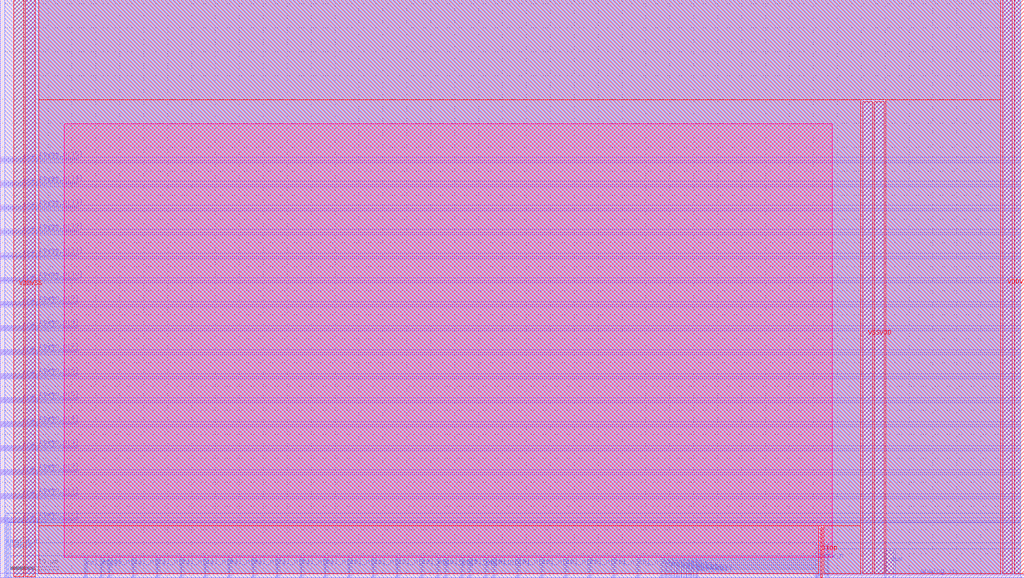
<source format=lef>
VERSION 5.7 ;
  NOWIREEXTENSIONATPIN ON ;
  DIVIDERCHAR "/" ;
  BUSBITCHARS "[]" ;
MACRO adc_array_matrix_12bit
  CLASS BLOCK ;
  FOREIGN adc_array_matrix_12bit ;
  ORIGIN 0.000 0.000 ;
  SIZE 214.050 BY 120.840 ;
  PIN VDD
    DIRECTION INOUT ;
    USE POWER ;
    PORT
      LAYER met4 ;
        RECT 2.850 0.210 4.920 120.830 ;
    END
    PORT
      LAYER met4 ;
        RECT 182.700 0.860 184.770 99.510 ;
    END
    PORT
      LAYER met4 ;
        RECT 209.540 0.830 211.610 120.830 ;
    END
  END VDD
  PIN VSS
    DIRECTION INOUT ;
    USE GROUND ;
    PORT
      LAYER met4 ;
        RECT 5.230 0.210 7.300 120.830 ;
    END
    PORT
      LAYER met4 ;
        RECT 180.320 0.860 182.390 99.510 ;
    END
    PORT
      LAYER met4 ;
        RECT 211.980 0.840 214.050 120.840 ;
    END
  END VSS
  PIN vcm
    DIRECTION INPUT ;
    USE SIGNAL ;
    PORT
      LAYER met2 ;
        RECT 185.210 0.000 186.820 5.745 ;
    END
  END vcm
  PIN sample
    DIRECTION INPUT ;
    USE SIGNAL ;
    PORT
      LAYER met2 ;
        RECT 1.450 0.000 1.790 11.340 ;
    END
  END sample
  PIN sample_n
    DIRECTION INPUT ;
    USE SIGNAL ;
    PORT
      LAYER met2 ;
        RECT 0.910 0.000 1.250 13.180 ;
    END
  END sample_n
  PIN row_n[15]
    DIRECTION INPUT ;
    USE SIGNAL ;
    PORT
      LAYER met1 ;
        RECT 0.000 87.040 9.470 87.180 ;
    END
  END row_n[15]
  PIN row_n[14]
    DIRECTION INPUT ;
    USE SIGNAL ;
    PORT
      LAYER met1 ;
        RECT 0.000 82.020 9.470 82.160 ;
    END
  END row_n[14]
  PIN row_n[13]
    DIRECTION INPUT ;
    USE SIGNAL ;
    PORT
      LAYER met1 ;
        RECT 0.000 77.000 9.470 77.140 ;
    END
  END row_n[13]
  PIN row_n[12]
    DIRECTION INPUT ;
    USE SIGNAL ;
    PORT
      LAYER met1 ;
        RECT 0.000 71.980 9.470 72.120 ;
    END
  END row_n[12]
  PIN row_n[11]
    DIRECTION INPUT ;
    USE SIGNAL ;
    PORT
      LAYER met1 ;
        RECT 0.000 66.960 9.470 67.100 ;
    END
  END row_n[11]
  PIN row_n[10]
    DIRECTION INPUT ;
    USE SIGNAL ;
    PORT
      LAYER met1 ;
        RECT 0.000 61.940 9.470 62.080 ;
    END
  END row_n[10]
  PIN row_n[9]
    DIRECTION INPUT ;
    USE SIGNAL ;
    PORT
      LAYER met1 ;
        RECT 0.000 56.920 9.470 57.060 ;
    END
  END row_n[9]
  PIN row_n[8]
    DIRECTION INPUT ;
    USE SIGNAL ;
    PORT
      LAYER met1 ;
        RECT 0.000 51.900 9.470 52.040 ;
    END
  END row_n[8]
  PIN row_n[7]
    DIRECTION INPUT ;
    USE SIGNAL ;
    PORT
      LAYER met1 ;
        RECT 0.000 46.880 9.470 47.020 ;
    END
  END row_n[7]
  PIN row_n[6]
    DIRECTION INPUT ;
    USE SIGNAL ;
    PORT
      LAYER met1 ;
        RECT 0.000 41.860 9.470 42.000 ;
    END
  END row_n[6]
  PIN row_n[5]
    DIRECTION INPUT ;
    USE SIGNAL ;
    PORT
      LAYER met1 ;
        RECT 0.000 36.840 9.470 36.980 ;
    END
  END row_n[5]
  PIN row_n[4]
    DIRECTION INPUT ;
    USE SIGNAL ;
    PORT
      LAYER met1 ;
        RECT 0.000 31.820 9.470 31.960 ;
    END
  END row_n[4]
  PIN row_n[3]
    DIRECTION INPUT ;
    USE SIGNAL ;
    PORT
      LAYER met1 ;
        RECT 0.000 26.800 9.470 26.940 ;
    END
  END row_n[3]
  PIN row_n[2]
    DIRECTION INPUT ;
    USE SIGNAL ;
    PORT
      LAYER met1 ;
        RECT 0.000 21.780 9.470 21.920 ;
    END
  END row_n[2]
  PIN row_n[1]
    DIRECTION INPUT ;
    USE SIGNAL ;
    PORT
      LAYER met1 ;
        RECT 0.000 16.760 9.470 16.900 ;
    END
  END row_n[1]
  PIN row_n[0]
    DIRECTION INPUT ;
    USE SIGNAL ;
    PORT
      LAYER met1 ;
        RECT 0.000 11.740 9.470 11.880 ;
    END
  END row_n[0]
  PIN rowon_n[15]
    DIRECTION INPUT ;
    USE SIGNAL ;
    PORT
      LAYER met1 ;
        RECT 0.000 87.450 16.070 87.590 ;
    END
  END rowon_n[15]
  PIN rowon_n[14]
    DIRECTION INPUT ;
    USE SIGNAL ;
    PORT
      LAYER met1 ;
        RECT 0.000 82.430 16.070 82.570 ;
    END
  END rowon_n[14]
  PIN rowon_n[13]
    DIRECTION INPUT ;
    USE SIGNAL ;
    PORT
      LAYER met1 ;
        RECT 0.000 77.410 16.070 77.550 ;
    END
  END rowon_n[13]
  PIN rowon_n[12]
    DIRECTION INPUT ;
    USE SIGNAL ;
    PORT
      LAYER met1 ;
        RECT 0.000 72.390 16.070 72.530 ;
    END
  END rowon_n[12]
  PIN rowon_n[11]
    DIRECTION INPUT ;
    USE SIGNAL ;
    PORT
      LAYER met1 ;
        RECT 0.000 67.370 16.070 67.510 ;
    END
  END rowon_n[11]
  PIN rowon_n[10]
    DIRECTION INPUT ;
    USE SIGNAL ;
    PORT
      LAYER met1 ;
        RECT 0.000 62.350 16.070 62.490 ;
    END
  END rowon_n[10]
  PIN rowon_n[9]
    DIRECTION INPUT ;
    USE SIGNAL ;
    PORT
      LAYER met1 ;
        RECT 0.000 57.330 16.070 57.470 ;
    END
  END rowon_n[9]
  PIN rowon_n[8]
    DIRECTION INPUT ;
    USE SIGNAL ;
    PORT
      LAYER met1 ;
        RECT 0.000 52.310 16.070 52.450 ;
    END
  END rowon_n[8]
  PIN rowon_n[7]
    DIRECTION INPUT ;
    USE SIGNAL ;
    PORT
      LAYER met1 ;
        RECT 0.000 47.290 16.070 47.430 ;
    END
  END rowon_n[7]
  PIN rowon_n[6]
    DIRECTION INPUT ;
    USE SIGNAL ;
    PORT
      LAYER met1 ;
        RECT 0.000 42.270 16.070 42.410 ;
    END
  END rowon_n[6]
  PIN rowon_n[5]
    DIRECTION INPUT ;
    USE SIGNAL ;
    PORT
      LAYER met1 ;
        RECT 0.000 37.250 16.070 37.390 ;
    END
  END rowon_n[5]
  PIN rowon_n[4]
    DIRECTION INPUT ;
    USE SIGNAL ;
    PORT
      LAYER met1 ;
        RECT 0.000 32.230 16.070 32.370 ;
    END
  END rowon_n[4]
  PIN rowon_n[3]
    DIRECTION INPUT ;
    USE SIGNAL ;
    PORT
      LAYER met1 ;
        RECT 0.000 27.210 16.070 27.350 ;
    END
  END rowon_n[3]
  PIN rowon_n[2]
    DIRECTION INPUT ;
    USE SIGNAL ;
    PORT
      LAYER met1 ;
        RECT 0.000 22.190 16.070 22.330 ;
    END
  END rowon_n[2]
  PIN rowon_n[1]
    DIRECTION INPUT ;
    USE SIGNAL ;
    PORT
      LAYER met1 ;
        RECT 0.000 17.170 16.070 17.310 ;
    END
  END rowon_n[1]
  PIN rowon_n[0]
    DIRECTION INPUT ;
    USE SIGNAL ;
    PORT
      LAYER met1 ;
        RECT 0.000 12.150 16.070 12.290 ;
    END
  END rowon_n[0]
  PIN col_n[31]
    DIRECTION INPUT ;
    USE SIGNAL ;
    PORT
      LAYER met2 ;
        RECT 145.410 0.000 145.580 1.445 ;
    END
  END col_n[31]
  PIN col_n[30]
    DIRECTION INPUT ;
    USE SIGNAL ;
    PORT
      LAYER met2 ;
        RECT 144.390 0.000 144.560 1.825 ;
    END
  END col_n[30]
  PIN col_n[29]
    DIRECTION INPUT ;
    USE SIGNAL ;
    PORT
      LAYER met2 ;
        RECT 143.370 0.000 143.540 2.205 ;
    END
  END col_n[29]
  PIN col_n[28]
    DIRECTION INPUT ;
    USE SIGNAL ;
    PORT
      LAYER met2 ;
        RECT 142.350 0.000 142.520 2.590 ;
    END
  END col_n[28]
  PIN col_n[27]
    DIRECTION INPUT ;
    USE SIGNAL ;
    PORT
      LAYER met2 ;
        RECT 141.330 0.000 141.500 2.985 ;
    END
  END col_n[27]
  PIN col_n[26]
    DIRECTION INPUT ;
    USE SIGNAL ;
    PORT
      LAYER met2 ;
        RECT 140.310 0.000 140.480 3.335 ;
    END
  END col_n[26]
  PIN col_n[25]
    DIRECTION INPUT ;
    USE SIGNAL ;
    PORT
      LAYER met2 ;
        RECT 139.290 0.000 139.460 3.715 ;
    END
  END col_n[25]
  PIN col_n[24]
    DIRECTION INPUT ;
    USE SIGNAL ;
    PORT
      LAYER met2 ;
        RECT 138.270 0.000 138.440 4.290 ;
    END
  END col_n[24]
  PIN col_n[23]
    DIRECTION INPUT ;
    USE SIGNAL ;
    PORT
      LAYER met2 ;
        RECT 133.250 0.000 133.420 4.290 ;
    END
  END col_n[23]
  PIN col_n[22]
    DIRECTION INPUT ;
    USE SIGNAL ;
    PORT
      LAYER met2 ;
        RECT 128.230 0.000 128.400 4.290 ;
    END
  END col_n[22]
  PIN col_n[21]
    DIRECTION INPUT ;
    USE SIGNAL ;
    PORT
      LAYER met2 ;
        RECT 123.210 0.000 123.380 4.290 ;
    END
  END col_n[21]
  PIN col_n[20]
    DIRECTION INPUT ;
    USE SIGNAL ;
    PORT
      LAYER met2 ;
        RECT 118.190 0.000 118.360 4.290 ;
    END
  END col_n[20]
  PIN col_n[19]
    DIRECTION INPUT ;
    USE SIGNAL ;
    PORT
      LAYER met2 ;
        RECT 113.170 0.000 113.340 4.290 ;
    END
  END col_n[19]
  PIN col_n[18]
    DIRECTION INPUT ;
    USE SIGNAL ;
    PORT
      LAYER met2 ;
        RECT 108.150 0.000 108.320 4.290 ;
    END
  END col_n[18]
  PIN col_n[17]
    DIRECTION INPUT ;
    USE SIGNAL ;
    PORT
      LAYER met2 ;
        RECT 103.130 0.000 103.300 4.290 ;
    END
  END col_n[17]
  PIN col_n[16]
    DIRECTION INPUT ;
    USE SIGNAL ;
    PORT
      LAYER met2 ;
        RECT 98.110 0.000 98.280 4.290 ;
    END
  END col_n[16]
  PIN col_n[15]
    DIRECTION INPUT ;
    USE SIGNAL ;
    PORT
      LAYER met2 ;
        RECT 93.090 0.000 93.260 4.290 ;
    END
  END col_n[15]
  PIN col_n[14]
    DIRECTION INPUT ;
    USE SIGNAL ;
    PORT
      LAYER met2 ;
        RECT 88.070 0.000 88.240 4.290 ;
    END
  END col_n[14]
  PIN col_n[13]
    DIRECTION INPUT ;
    USE SIGNAL ;
    PORT
      LAYER met2 ;
        RECT 83.050 0.000 83.220 4.290 ;
    END
  END col_n[13]
  PIN col_n[12]
    DIRECTION INPUT ;
    USE SIGNAL ;
    PORT
      LAYER met2 ;
        RECT 78.030 0.000 78.200 4.290 ;
    END
  END col_n[12]
  PIN col_n[11]
    DIRECTION INPUT ;
    USE SIGNAL ;
    PORT
      LAYER met2 ;
        RECT 73.010 0.000 73.180 4.290 ;
    END
  END col_n[11]
  PIN col_n[10]
    DIRECTION INPUT ;
    USE SIGNAL ;
    PORT
      LAYER met2 ;
        RECT 67.990 0.000 68.160 4.290 ;
    END
  END col_n[10]
  PIN col_n[9]
    DIRECTION INPUT ;
    USE SIGNAL ;
    PORT
      LAYER met2 ;
        RECT 62.970 0.000 63.140 4.290 ;
    END
  END col_n[9]
  PIN col_n[8]
    DIRECTION INPUT ;
    USE SIGNAL ;
    PORT
      LAYER met2 ;
        RECT 57.950 0.000 58.120 4.290 ;
    END
  END col_n[8]
  PIN col_n[7]
    DIRECTION INPUT ;
    USE SIGNAL ;
    PORT
      LAYER met2 ;
        RECT 52.930 0.000 53.100 4.290 ;
    END
  END col_n[7]
  PIN col_n[6]
    DIRECTION INPUT ;
    USE SIGNAL ;
    PORT
      LAYER met2 ;
        RECT 47.910 0.000 48.080 4.290 ;
    END
  END col_n[6]
  PIN col_n[5]
    DIRECTION INPUT ;
    USE SIGNAL ;
    PORT
      LAYER met2 ;
        RECT 42.890 0.000 43.060 4.290 ;
    END
  END col_n[5]
  PIN col_n[4]
    DIRECTION INPUT ;
    USE SIGNAL ;
    PORT
      LAYER met2 ;
        RECT 37.870 0.000 38.040 4.290 ;
    END
  END col_n[4]
  PIN col_n[3]
    DIRECTION INPUT ;
    USE SIGNAL ;
    PORT
      LAYER met2 ;
        RECT 32.850 0.000 33.020 4.290 ;
    END
  END col_n[3]
  PIN col_n[2]
    DIRECTION INPUT ;
    USE SIGNAL ;
    PORT
      LAYER met2 ;
        RECT 27.830 0.000 28.000 4.290 ;
    END
  END col_n[2]
  PIN col_n[1]
    DIRECTION INPUT ;
    USE SIGNAL ;
    PORT
      LAYER met2 ;
        RECT 22.810 0.000 22.980 4.290 ;
    END
  END col_n[1]
  PIN col_n[0]
    DIRECTION INPUT ;
    USE SIGNAL ;
    PORT
      LAYER met2 ;
        RECT 17.790 0.000 17.960 4.285 ;
    END
  END col_n[0]
  PIN en_bit_n[2]
    DIRECTION INPUT ;
    USE SIGNAL ;
    PORT
      LAYER met2 ;
        RECT 96.450 0.000 96.620 4.295 ;
    END
  END en_bit_n[2]
  PIN en_bit_n[1]
    DIRECTION INPUT ;
    USE SIGNAL ;
    PORT
      LAYER met2 ;
        RECT 91.430 0.000 91.600 4.295 ;
    END
  END en_bit_n[1]
  PIN en_bit_n[0]
    DIRECTION INPUT ;
    USE SIGNAL ;
    PORT
      LAYER met2 ;
        RECT 101.470 0.000 101.640 4.295 ;
    END
  END en_bit_n[0]
  PIN en_C0_n
    DIRECTION INPUT ;
    USE SIGNAL ;
    PORT
      LAYER met2 ;
        RECT 21.150 0.000 21.320 4.295 ;
    END
  END en_C0_n
  PIN sw
    DIRECTION INPUT ;
    USE SIGNAL ;
    PORT
      LAYER met2 ;
        RECT 170.900 0.000 171.095 7.005 ;
    END
  END sw
  PIN sw_n
    DIRECTION INPUT ;
    USE SIGNAL ;
    PORT
      LAYER met2 ;
        RECT 172.770 0.000 172.965 7.010 ;
    END
  END sw_n
  PIN analog_in
    DIRECTION INPUT ;
    USE SIGNAL ;
    PORT
      LAYER met1 ;
        RECT 170.705 0.040 214.050 0.620 ;
    END
  END analog_in
  PIN ctop
    DIRECTION OUTPUT ;
    USE SIGNAL ;
    PORT
      LAYER met4 ;
        RECT 171.500 0.000 171.800 10.490 ;
    END
  END ctop
  OBS
      LAYER li1 ;
        RECT 5.230 0.830 213.300 120.830 ;
      LAYER met1 ;
        RECT 0.000 87.870 213.300 120.830 ;
        RECT 16.350 87.170 213.300 87.870 ;
        RECT 9.750 86.760 213.300 87.170 ;
        RECT 0.000 82.850 213.300 86.760 ;
        RECT 16.350 82.150 213.300 82.850 ;
        RECT 9.750 81.740 213.300 82.150 ;
        RECT 0.000 77.830 213.300 81.740 ;
        RECT 16.350 77.130 213.300 77.830 ;
        RECT 9.750 76.720 213.300 77.130 ;
        RECT 0.000 72.810 213.300 76.720 ;
        RECT 16.350 72.110 213.300 72.810 ;
        RECT 9.750 71.700 213.300 72.110 ;
        RECT 0.000 67.790 213.300 71.700 ;
        RECT 16.350 67.090 213.300 67.790 ;
        RECT 9.750 66.680 213.300 67.090 ;
        RECT 0.000 62.770 213.300 66.680 ;
        RECT 16.350 62.070 213.300 62.770 ;
        RECT 9.750 61.660 213.300 62.070 ;
        RECT 0.000 57.750 213.300 61.660 ;
        RECT 16.350 57.050 213.300 57.750 ;
        RECT 9.750 56.640 213.300 57.050 ;
        RECT 0.000 52.730 213.300 56.640 ;
        RECT 16.350 52.030 213.300 52.730 ;
        RECT 9.750 51.620 213.300 52.030 ;
        RECT 0.000 47.710 213.300 51.620 ;
        RECT 16.350 47.010 213.300 47.710 ;
        RECT 9.750 46.600 213.300 47.010 ;
        RECT 0.000 42.690 213.300 46.600 ;
        RECT 16.350 41.990 213.300 42.690 ;
        RECT 9.750 41.580 213.300 41.990 ;
        RECT 0.000 37.670 213.300 41.580 ;
        RECT 16.350 36.970 213.300 37.670 ;
        RECT 9.750 36.560 213.300 36.970 ;
        RECT 0.000 32.650 213.300 36.560 ;
        RECT 16.350 31.950 213.300 32.650 ;
        RECT 9.750 31.540 213.300 31.950 ;
        RECT 0.000 27.630 213.300 31.540 ;
        RECT 16.350 26.930 213.300 27.630 ;
        RECT 9.750 26.520 213.300 26.930 ;
        RECT 0.000 22.610 213.300 26.520 ;
        RECT 16.350 21.910 213.300 22.610 ;
        RECT 9.750 21.500 213.300 21.910 ;
        RECT 0.000 17.590 213.300 21.500 ;
        RECT 16.350 16.890 213.300 17.590 ;
        RECT 9.750 16.480 213.300 16.890 ;
        RECT 0.000 12.570 213.300 16.480 ;
        RECT 16.350 11.870 213.300 12.570 ;
        RECT 9.750 11.460 213.300 11.870 ;
        RECT 0.000 0.900 213.300 11.460 ;
        RECT 0.000 0.040 170.425 0.900 ;
      LAYER met2 ;
        RECT 0.910 13.460 213.300 120.830 ;
        RECT 1.530 11.620 213.300 13.460 ;
        RECT 2.070 7.290 213.300 11.620 ;
        RECT 2.070 7.285 172.490 7.290 ;
        RECT 2.070 4.575 170.620 7.285 ;
        RECT 2.070 4.565 20.870 4.575 ;
        RECT 2.070 0.000 17.510 4.565 ;
        RECT 18.240 0.000 20.870 4.565 ;
        RECT 21.600 4.570 91.150 4.575 ;
        RECT 21.600 0.000 22.530 4.570 ;
        RECT 23.260 0.000 27.550 4.570 ;
        RECT 28.280 0.000 32.570 4.570 ;
        RECT 33.300 0.000 37.590 4.570 ;
        RECT 38.320 0.000 42.610 4.570 ;
        RECT 43.340 0.000 47.630 4.570 ;
        RECT 48.360 0.000 52.650 4.570 ;
        RECT 53.380 0.000 57.670 4.570 ;
        RECT 58.400 0.000 62.690 4.570 ;
        RECT 63.420 0.000 67.710 4.570 ;
        RECT 68.440 0.000 72.730 4.570 ;
        RECT 73.460 0.000 77.750 4.570 ;
        RECT 78.480 0.000 82.770 4.570 ;
        RECT 83.500 0.000 87.790 4.570 ;
        RECT 88.520 0.000 91.150 4.570 ;
        RECT 91.880 4.570 96.170 4.575 ;
        RECT 91.880 0.000 92.810 4.570 ;
        RECT 93.540 0.000 96.170 4.570 ;
        RECT 96.900 4.570 101.190 4.575 ;
        RECT 96.900 0.000 97.830 4.570 ;
        RECT 98.560 0.000 101.190 4.570 ;
        RECT 101.920 4.570 170.620 4.575 ;
        RECT 101.920 0.000 102.850 4.570 ;
        RECT 103.580 0.000 107.870 4.570 ;
        RECT 108.600 0.000 112.890 4.570 ;
        RECT 113.620 0.000 117.910 4.570 ;
        RECT 118.640 0.000 122.930 4.570 ;
        RECT 123.660 0.000 127.950 4.570 ;
        RECT 128.680 0.000 132.970 4.570 ;
        RECT 133.700 0.000 137.990 4.570 ;
        RECT 138.720 3.995 170.620 4.570 ;
        RECT 138.720 0.000 139.010 3.995 ;
        RECT 139.740 3.615 170.620 3.995 ;
        RECT 139.740 0.000 140.030 3.615 ;
        RECT 140.760 3.265 170.620 3.615 ;
        RECT 140.760 0.000 141.050 3.265 ;
        RECT 141.780 2.870 170.620 3.265 ;
        RECT 141.780 0.000 142.070 2.870 ;
        RECT 142.800 2.485 170.620 2.870 ;
        RECT 142.800 0.000 143.090 2.485 ;
        RECT 143.820 2.105 170.620 2.485 ;
        RECT 143.820 0.000 144.110 2.105 ;
        RECT 144.840 1.725 170.620 2.105 ;
        RECT 144.840 0.000 145.130 1.725 ;
        RECT 145.860 0.000 170.620 1.725 ;
        RECT 171.375 0.000 172.490 7.285 ;
        RECT 173.245 6.025 213.300 7.290 ;
        RECT 173.245 0.000 184.930 6.025 ;
        RECT 187.100 0.000 213.300 6.025 ;
      LAYER met3 ;
        RECT 2.850 0.830 213.300 120.830 ;
      LAYER met4 ;
        RECT 8.010 99.910 209.140 120.830 ;
        RECT 8.010 10.890 179.920 99.910 ;
        RECT 8.010 0.830 171.100 10.890 ;
        RECT 172.200 0.830 179.920 10.890 ;
        RECT 185.170 0.830 209.140 99.910 ;
      LAYER met5 ;
        RECT 13.400 4.320 173.960 94.890 ;
  END
END adc_array_matrix_12bit
END LIBRARY


</source>
